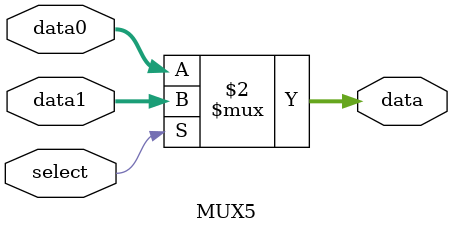
<source format=v>
`timescale 1ns / 1ps
module MUX5( input [ 4 : 0 ] data0, input [ 4 : 0 ] data1 , input select , output [ 4 : 0 ] data );
	assign data = !select ? data0 : data1 ;
endmodule
</source>
